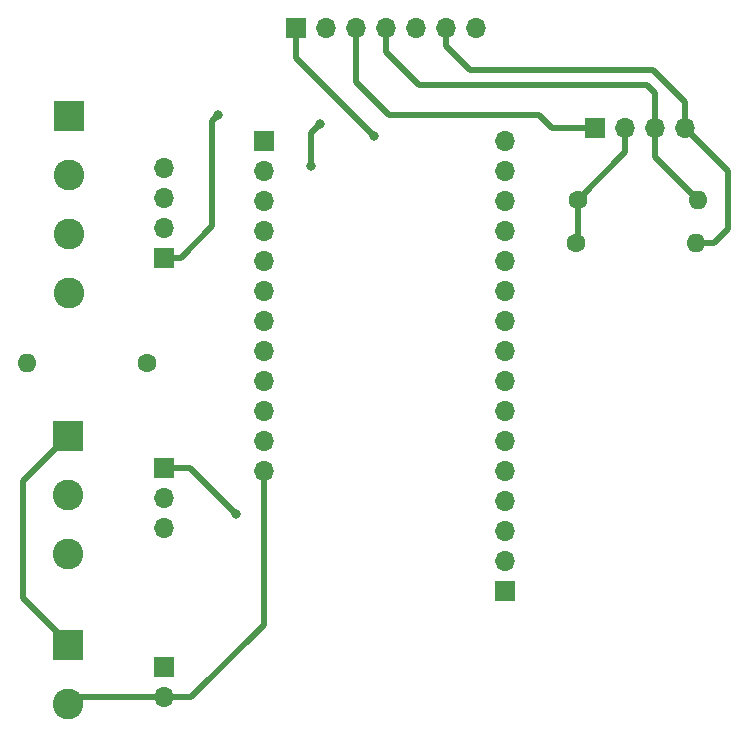
<source format=gbr>
%TF.GenerationSoftware,KiCad,Pcbnew,5.1.6-c6e7f7d~87~ubuntu18.04.1*%
%TF.CreationDate,2020-11-02T17:54:18-05:00*%
%TF.ProjectId,remote,72656d6f-7465-42e6-9b69-6361645f7063,rev?*%
%TF.SameCoordinates,Original*%
%TF.FileFunction,Copper,L2,Bot*%
%TF.FilePolarity,Positive*%
%FSLAX46Y46*%
G04 Gerber Fmt 4.6, Leading zero omitted, Abs format (unit mm)*
G04 Created by KiCad (PCBNEW 5.1.6-c6e7f7d~87~ubuntu18.04.1) date 2020-11-02 17:54:18*
%MOMM*%
%LPD*%
G01*
G04 APERTURE LIST*
%TA.AperFunction,ComponentPad*%
%ADD10O,1.700000X1.700000*%
%TD*%
%TA.AperFunction,ComponentPad*%
%ADD11R,1.700000X1.700000*%
%TD*%
%TA.AperFunction,ComponentPad*%
%ADD12O,1.600000X1.600000*%
%TD*%
%TA.AperFunction,ComponentPad*%
%ADD13C,1.600000*%
%TD*%
%TA.AperFunction,ComponentPad*%
%ADD14C,2.600000*%
%TD*%
%TA.AperFunction,ComponentPad*%
%ADD15R,2.600000X2.600000*%
%TD*%
%TA.AperFunction,ViaPad*%
%ADD16C,0.800000*%
%TD*%
%TA.AperFunction,Conductor*%
%ADD17C,0.508000*%
%TD*%
G04 APERTURE END LIST*
D10*
%TO.P,J9,7*%
%TO.N,N/C*%
X121920000Y-51308000D03*
%TO.P,J9,6*%
%TO.N,SDA*%
X119380000Y-51308000D03*
%TO.P,J9,5*%
%TO.N,N/C*%
X116840000Y-51308000D03*
%TO.P,J9,4*%
%TO.N,SCL*%
X114300000Y-51308000D03*
%TO.P,J9,3*%
%TO.N,GND*%
X111760000Y-51308000D03*
%TO.P,J9,2*%
%TO.N,N/C*%
X109220000Y-51308000D03*
D11*
%TO.P,J9,1*%
%TO.N,+3V3*%
X106680000Y-51308000D03*
%TD*%
D10*
%TO.P,J10,4*%
%TO.N,SDA*%
X95430000Y-63155000D03*
%TO.P,J10,3*%
%TO.N,SCL*%
X95430000Y-65695000D03*
%TO.P,J10,2*%
%TO.N,+3V3*%
X95430000Y-68235000D03*
D11*
%TO.P,J10,1*%
%TO.N,GND*%
X95430000Y-70775000D03*
%TD*%
D12*
%TO.P,R3,2*%
%TO.N,SDA*%
X140535000Y-69525000D03*
D13*
%TO.P,R3,1*%
%TO.N,+3V3*%
X130375000Y-69525000D03*
%TD*%
D12*
%TO.P,R2,2*%
%TO.N,SCL*%
X140660000Y-65850000D03*
D13*
%TO.P,R2,1*%
%TO.N,+3V3*%
X130500000Y-65850000D03*
%TD*%
D12*
%TO.P,R1,2*%
%TO.N,Net-(J1-Pad2)*%
X83891000Y-79688000D03*
D13*
%TO.P,R1,1*%
%TO.N,+3V3*%
X94051000Y-79688000D03*
%TD*%
D14*
%TO.P,J8,2*%
%TO.N,Net-(J5-Pad2)*%
X87376000Y-108563000D03*
D15*
%TO.P,J8,1*%
%TO.N,GND*%
X87376000Y-103563000D03*
%TD*%
D11*
%TO.P,J7,1*%
%TO.N,N/C*%
X124300000Y-99000000D03*
D10*
%TO.P,J7,2*%
%TO.N,+3V3*%
X124300000Y-96460000D03*
%TO.P,J7,3*%
%TO.N,N/C*%
X124300000Y-93920000D03*
%TO.P,J7,4*%
%TO.N,GND*%
X124300000Y-91380000D03*
%TO.P,J7,5*%
%TO.N,N/C*%
X124300000Y-88840000D03*
%TO.P,J7,6*%
X124300000Y-86300000D03*
%TO.P,J7,7*%
X124300000Y-83760000D03*
%TO.P,J7,8*%
X124300000Y-81220000D03*
%TO.P,J7,9*%
X124300000Y-78680000D03*
%TO.P,J7,10*%
X124300000Y-76140000D03*
%TO.P,J7,11*%
X124300000Y-73600000D03*
%TO.P,J7,12*%
X124300000Y-71060000D03*
%TO.P,J7,13*%
X124300000Y-68520000D03*
%TO.P,J7,14*%
X124300000Y-65980000D03*
%TO.P,J7,15*%
X124300000Y-63440000D03*
%TO.P,J7,16*%
X124300000Y-60900000D03*
%TD*%
%TO.P,J6,12*%
%TO.N,Net-(J5-Pad2)*%
X103900000Y-88840000D03*
%TO.P,J6,11*%
%TO.N,N/C*%
X103900000Y-86300000D03*
%TO.P,J6,10*%
X103900000Y-83760000D03*
%TO.P,J6,9*%
X103900000Y-81220000D03*
%TO.P,J6,8*%
%TO.N,Net-(J1-Pad2)*%
X103900000Y-78680000D03*
%TO.P,J6,7*%
%TO.N,N/C*%
X103900000Y-76140000D03*
%TO.P,J6,6*%
X103900000Y-73600000D03*
%TO.P,J6,5*%
X103900000Y-71060000D03*
%TO.P,J6,4*%
X103900000Y-68520000D03*
%TO.P,J6,3*%
X103900000Y-65980000D03*
%TO.P,J6,2*%
%TO.N,SCL*%
X103900000Y-63440000D03*
D11*
%TO.P,J6,1*%
%TO.N,SDA*%
X103900000Y-60900000D03*
%TD*%
D10*
%TO.P,J5,2*%
%TO.N,Net-(J5-Pad2)*%
X95504000Y-107950000D03*
D11*
%TO.P,J5,1*%
%TO.N,GND*%
X95504000Y-105410000D03*
%TD*%
D14*
%TO.P,J4,4*%
%TO.N,GND*%
X87401000Y-73763000D03*
%TO.P,J4,3*%
%TO.N,+3V3*%
X87401000Y-68763000D03*
%TO.P,J4,2*%
%TO.N,SCL*%
X87401000Y-63763000D03*
D15*
%TO.P,J4,1*%
%TO.N,SDA*%
X87401000Y-58763000D03*
%TD*%
D10*
%TO.P,J3,4*%
%TO.N,SDA*%
X139595000Y-59775000D03*
%TO.P,J3,3*%
%TO.N,SCL*%
X137055000Y-59775000D03*
%TO.P,J3,2*%
%TO.N,+3V3*%
X134515000Y-59775000D03*
D11*
%TO.P,J3,1*%
%TO.N,GND*%
X131975000Y-59775000D03*
%TD*%
D14*
%TO.P,J2,3*%
%TO.N,+3V3*%
X87376000Y-95888000D03*
%TO.P,J2,2*%
%TO.N,Net-(J1-Pad2)*%
X87376000Y-90888000D03*
D15*
%TO.P,J2,1*%
%TO.N,GND*%
X87376000Y-85888000D03*
%TD*%
D10*
%TO.P,J1,3*%
%TO.N,+3V3*%
X95504000Y-93630000D03*
%TO.P,J1,2*%
%TO.N,Net-(J1-Pad2)*%
X95504000Y-91090000D03*
D11*
%TO.P,J1,1*%
%TO.N,GND*%
X95504000Y-88550000D03*
%TD*%
D16*
%TO.N,+3V3*%
X113284000Y-60452000D03*
%TO.N,GND*%
X100076000Y-58674000D03*
X101600000Y-92456000D03*
%TO.N,SCL*%
X107950000Y-62992000D03*
X108712000Y-59436000D03*
%TD*%
D17*
%TO.N,+3V3*%
X134515000Y-61835000D02*
X130500000Y-65850000D01*
X134515000Y-59775000D02*
X134515000Y-61835000D01*
X130500000Y-69400000D02*
X130375000Y-69525000D01*
X130500000Y-65850000D02*
X130500000Y-69400000D01*
X106680000Y-53848000D02*
X106680000Y-51308000D01*
X113284000Y-60452000D02*
X106680000Y-53848000D01*
%TO.N,GND*%
X100076000Y-58674000D02*
X99568000Y-59182000D01*
X99568000Y-59182000D02*
X99568000Y-68072000D01*
X96865000Y-70775000D02*
X95430000Y-70775000D01*
X99568000Y-68072000D02*
X96865000Y-70775000D01*
X131975000Y-59775000D02*
X128355000Y-59775000D01*
X128355000Y-59775000D02*
X127254000Y-58674000D01*
X127254000Y-58674000D02*
X114554000Y-58674000D01*
X111760000Y-55880000D02*
X111760000Y-51308000D01*
X114554000Y-58674000D02*
X111760000Y-55880000D01*
X87376000Y-103563000D02*
X87376000Y-103378000D01*
X87376000Y-103378000D02*
X83566000Y-99568000D01*
X83566000Y-89698000D02*
X87376000Y-85888000D01*
X83566000Y-99568000D02*
X83566000Y-89698000D01*
X95504000Y-88550000D02*
X97694000Y-88550000D01*
X97694000Y-88550000D02*
X101600000Y-92456000D01*
%TO.N,SDA*%
X139595000Y-59775000D02*
X139595000Y-57553000D01*
X139595000Y-57553000D02*
X136906000Y-54864000D01*
X136906000Y-54864000D02*
X121412000Y-54864000D01*
X119380000Y-52832000D02*
X119380000Y-51308000D01*
X121412000Y-54864000D02*
X119380000Y-52832000D01*
X139595000Y-59775000D02*
X143256000Y-63436000D01*
X143256000Y-63436000D02*
X143256000Y-68326000D01*
X142057000Y-69525000D02*
X140535000Y-69525000D01*
X143256000Y-68326000D02*
X142057000Y-69525000D01*
%TO.N,SCL*%
X107950000Y-62992000D02*
X107950000Y-60198000D01*
X107950000Y-60198000D02*
X108712000Y-59436000D01*
X114300000Y-53340000D02*
X114300000Y-51308000D01*
X117094000Y-56134000D02*
X114300000Y-53340000D01*
X136398000Y-56134000D02*
X117094000Y-56134000D01*
X137055000Y-59775000D02*
X137055000Y-56791000D01*
X137055000Y-56791000D02*
X136398000Y-56134000D01*
X137055000Y-62245000D02*
X140660000Y-65850000D01*
X137055000Y-59775000D02*
X137055000Y-62245000D01*
%TO.N,Net-(J5-Pad2)*%
X87989000Y-107950000D02*
X87376000Y-108563000D01*
X95504000Y-107950000D02*
X87989000Y-107950000D01*
X103900000Y-88840000D02*
X103900000Y-101840000D01*
X97790000Y-107950000D02*
X95504000Y-107950000D01*
X103900000Y-101840000D02*
X97790000Y-107950000D01*
%TD*%
M02*

</source>
